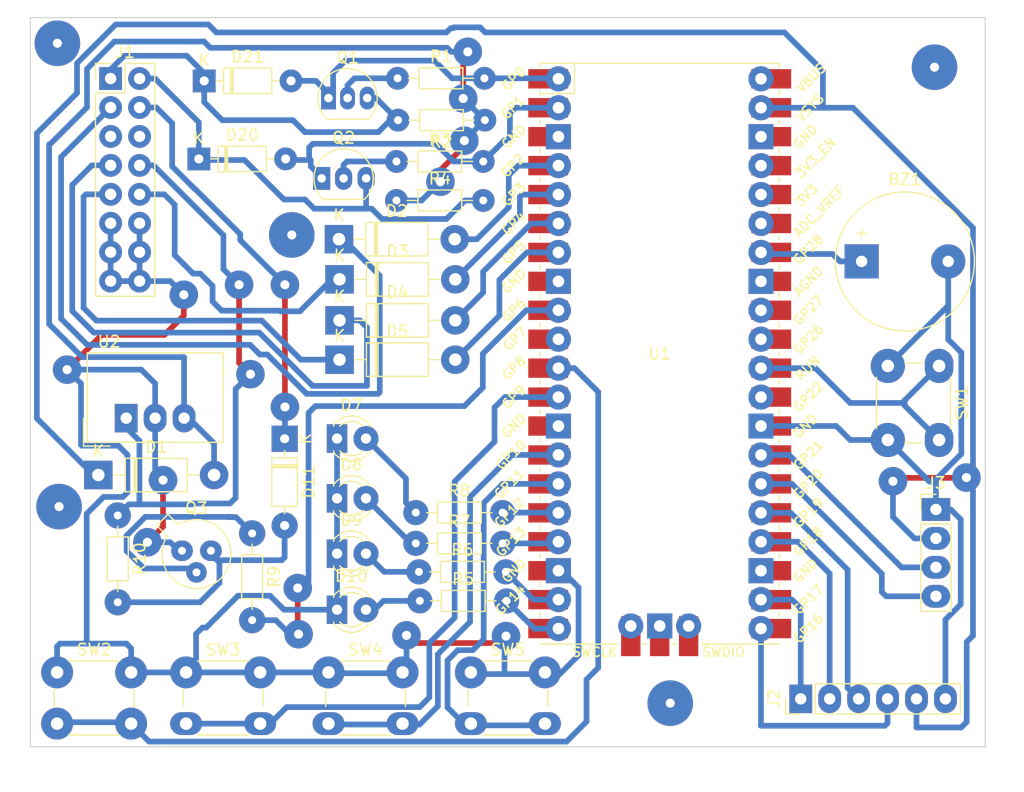
<source format=kicad_pcb>
(kicad_pcb (version 20211014) (generator pcbnew)
  (layers (0 "F.Cu" signal) (31 "B.Cu" signal) (34 "B.Paste" user) (35 "F.Paste" user) (36 "B.SilkS" user "B.Silkscreen") (37 "F.SilkS" user "F.Silkscreen") (38 "B.Mask" user) (39 "F.Mask" user) (44 "Edge.Cuts" user))
  (net 0 "")
  (net 1 "Net-(BZ1-Pad1)")
  (net 2 "Net-(J2-Pad6)")
  (net 3 "/VCC")
  (net 4 "Net-(D1-Pad2)")
  (net 5 "Net-(D2-Pad1)")
  (net 6 "Net-(D2-Pad2)")
  (net 7 "Net-(D3-Pad1)")
  (net 8 "Net-(D3-Pad2)")
  (net 9 "Net-(D4-Pad1)")
  (net 10 "Net-(D4-Pad2)")
  (net 11 "Net-(D5-Pad1)")
  (net 12 "Net-(D5-Pad2)")
  (net 13 "Net-(D7-Pad2)")
  (net 14 "Net-(D8-Pad2)")
  (net 15 "Net-(D9-Pad2)")
  (net 16 "Net-(D10-Pad2)")
  (net 17 "Net-(D11-Pad1)")
  (net 18 "Net-(D11-Pad2)")
  (net 19 "Net-(D20-Pad1)")
  (net 20 "Net-(D20-Pad2)")
  (net 21 "Net-(D21-Pad1)")
  (net 22 "Net-(D21-Pad2)")
  (net 25 "Net-(J1-Pad4b)")
  (net 26 "/CS")
  (net 27 "/SCK")
  (net 28 "/MOSI")
  (net 29 "/MISO")
  (net 30 "Net-(J3-Pad3)")
  (net 31 "Net-(J3-Pad4)")
  (net 32 "Net-(Q1-Pad2)")
  (net 33 "Net-(Q2-Pad2)")
  (net 34 "Net-(Q3-Pad2)")
  (net 35 "Net-(R5-Pad2)")
  (net 36 "Net-(R6-Pad2)")
  (net 37 "Net-(R7-Pad2)")
  (net 38 "Net-(R8-Pad2)")
  (net 39 "Net-(R9-Pad2)")
  (net 40 "Net-(SW1-Pad1)")
  (net 41 "Net-(SW2-Pad2)")
  (net 42 "Net-(SW4-Pad2)")
  (net 43 "Net-(SW5-Pad2)")
  (net 58 "Net-(D10-Pad1)")
  (net 59 "Net-(SW3-Pad2)")
  (footprint "Diode_THT:D_DO-41_SOD81_P10.16mm_Horizontal" (layer "F.Cu") (at 91.795 93.15)
    (fp_text reference "D1")
    (fp_text value "1N4004")
  )
  (footprint "Resistor_THT:R_Axial_DIN0204_L3.6mm_D1.6mm_P7.62mm_Horizontal" (layer "F.Cu") (at 125.725 62 180)
    (fp_text reference "R2")
    (fp_text value "10K")
  )
  (footprint "Diode_THT:D_DO-41_SOD81_P10.16mm_Horizontal" (layer "F.Cu") (at 112.92 72.45)
    (fp_text reference "D2")
    (fp_text value "1N4148")
  )
  (footprint "Resistor_THT:R_Axial_DIN0204_L3.6mm_D1.6mm_P7.62mm_Horizontal" (layer "F.Cu") (at 105.3 98.275 -90)
    (fp_text reference "R9")
    (fp_text value "6.8K")
  )
  (footprint "LED_THT:LED_D3.0mm" (layer "F.Cu") (at 112.75 104.975)
    (fp_text reference "D10")
    (fp_text value "LED")
  )
  (footprint "Converter_DCDC:Converter_DCDC_TRACO_TSR-1_THT" (layer "F.Cu") (at 94.2425 88.1575)
    (fp_text reference "U2")
    (fp_text value "TSR_1-2450")
  )
  (footprint "LED_THT:LED_D3.0mm" (layer "F.Cu") (at 112.75 89.95)
    (fp_text reference "D7")
    (fp_text value "LED")
  )
  (footprint "Diode_THT:D_DO-35_SOD27_P7.62mm_Horizontal" (layer "F.Cu") (at 100.615 65.4)
    (fp_text reference "D20")
    (fp_text value "BAT43")
  )
  (footprint "Resistor_THT:R_Axial_DIN0204_L3.6mm_D1.6mm_P7.62mm_Horizontal" (layer "F.Cu") (at 119.94 101.65)
    (fp_text reference "R6")
    (fp_text value "1K")
  )
  (footprint "Button_Switch_THT:SW_PUSH_6mm" (layer "F.Cu") (at 124.5 110.475)
    (fp_text reference "SW5")
    (fp_text value "SW_BACK")
  )
  (footprint "Diode_THT:D_DO-35_SOD27_P7.62mm_Horizontal" (layer "F.Cu") (at 101.09 58.55)
    (fp_text reference "D21")
    (fp_text value "BAT43")
  )
  (footprint "Diode_THT:D_DO-41_SOD81_P10.16mm_Horizontal" (layer "F.Cu") (at 112.97 83.025)
    (fp_text reference "D5")
    (fp_text value "1N4148")
  )
  (footprint "Button_Switch_THT:SW_PUSH_6mm" (layer "F.Cu") (at 99.5 110.475)
    (fp_text reference "SW3")
    (fp_text value "SW_NEXT")
  )
  (footprint "Resistor_THT:R_Axial_DIN0204_L3.6mm_D1.6mm_P7.62mm_Horizontal" (layer "F.Cu") (at 93.5 96.7 -90)
    (fp_text reference "R10")
    (fp_text value "10K")
  )
  (footprint "LED_THT:LED_D3.0mm" (layer "F.Cu") (at 112.75 100.05)
    (fp_text reference "D9")
    (fp_text value "LED")
  )
  (footprint "Resistor_THT:R_Axial_DIN0204_L3.6mm_D1.6mm_P7.62mm_Horizontal" (layer "F.Cu") (at 120.015 104.2)
    (fp_text reference "R5")
    (fp_text value "1K")
  )
  (footprint "Package_TO_SOT_THT:TO-18-3" (layer "F.Cu") (at 99.139724 100.084724)
    (fp_text reference "Q3")
    (fp_text value "2N2219")
  )
  (footprint "Package_TO_SOT_THT:TO-92_Inline" (layer "F.Cu") (at 112.055 67.11)
    (fp_text reference "Q2")
    (fp_text value "2N7000")
  )
  (footprint "Buzzer_Beeper:Buzzer_12x9.5RM7.6" (layer "F.Cu") (at 158.8 74.4)
    (fp_text reference "BZ1")
    (fp_text value "Buzzer")
  )
  (footprint "Button_Switch_THT:SW_PUSH_6mm" (layer "F.Cu") (at 112 110.475)
    (fp_text reference "SW4")
    (fp_text value "SW_ENTER")
  )
  (footprint "MCU_RaspberryPi_and_Boards:RPi_Pico_SMD_TH" (layer "F.Cu") (at 141.075 82.5)
    (fp_text reference "U1")
    (fp_text value "Pico")
  )
  (footprint "Resistor_THT:R_Axial_DIN0204_L3.6mm_D1.6mm_P7.62mm_Horizontal" (layer "F.Cu") (at 119.665 99.15)
    (fp_text reference "R7")
    (fp_text value "1K")
  )
  (footprint "Connector_PinHeader_2.54mm:PinHeader_1x04_P2.54mm_Vertical" (layer "F.Cu") (at 165.325 96.175)
    (fp_text reference "J3")
    (fp_text value "OLED SCREEN CONN")
  )
  (footprint "Resistor_THT:R_Axial_DIN0204_L3.6mm_D1.6mm_P7.62mm_Horizontal" (layer "F.Cu") (at 117.965 69.05)
    (fp_text reference "R4")
    (fp_text value "10K")
  )
  (footprint "Resistor_THT:R_Axial_DIN0204_L3.6mm_D1.6mm_P7.62mm_Horizontal" (layer "F.Cu") (at 117.965 65.625)
    (fp_text reference "R3")
    (fp_text value "10K")
  )
  (footprint "Diode_THT:D_DO-41_SOD81_P10.16mm_Horizontal" (layer "F.Cu") (at 112.97 79.575)
    (fp_text reference "D4")
    (fp_text value "1N4148")
  )
  (footprint "Diode_THT:D_DO-35_SOD27_P7.62mm_Horizontal" (layer "F.Cu") (at 108.15 89.965 -90)
    (fp_text reference "D11")
    (fp_text value "1N4148")
  )
  (footprint "Resistor_THT:R_Axial_DIN0204_L3.6mm_D1.6mm_P7.62mm_Horizontal" (layer "F.Cu") (at 119.665 96.45)
    (fp_text reference "R8")
    (fp_text value "1K")
  )
  (footprint "Connector_PinHeader_2.54mm:PinHeader_2x08_P2.54mm_Vertical_letters" (layer "F.Cu") (at 92.875 58.35)
    (fp_text reference "J1")
    (fp_text value "Conn_02x08_Row_Letter_Last")
  )
  (footprint "Diode_THT:D_DO-41_SOD81_P10.16mm_Horizontal" (layer "F.Cu") (at 112.97 75.975)
    (fp_text reference "D3")
    (fp_text value "1N4148")
  )
  (footprint "Package_TO_SOT_THT:TO-92_Inline" (layer "F.Cu") (at 112.405 60.06)
    (fp_text reference "Q1")
    (fp_text value "2N7000")
  )
  (footprint "Button_Switch_THT:SW_PUSH_6mm" (layer "F.Cu") (at 88.175 110.475)
    (fp_text reference "SW2")
    (fp_text value "SW_PREV")
  )
  (footprint "Connector_PinHeader_2.54mm:PinHeader_1x06_P2.54mm_Vertical" (layer "F.Cu") (at 153.455 112.8 90)
    (fp_text reference "J2")
    (fp_text value "SD CARD CONNECTOR")
  )
  (footprint "Resistor_THT:R_Axial_DIN0204_L3.6mm_D1.6mm_P7.62mm_Horizontal" (layer "F.Cu") (at 118.065 58.325)
    (fp_text reference "R1")
    (fp_text value "10K")
  )
  (footprint "Button_Switch_THT:SW_PUSH_6mm" (layer "F.Cu") (at 165.6 83.575 -90)
    (fp_text reference "SW1")
    (fp_text value "SW_RESET")
  )
  (footprint "LED_THT:LED_D3.0mm" (layer "F.Cu") (at 112.75 95.2)
    (fp_text reference "D8")
    (fp_text value "LED")
  )
  (gr_line (start 169.65 117) (end 169.65 53) (layer "Edge.Cuts") (width 0.1))
  (gr_line (start 85.825 117) (end 169.65 117) (layer "Edge.Cuts") (width 0.1))
  (gr_line (start 169.65 53) (end 85.825 53) (layer "Edge.Cuts") (width 0.1))
  (gr_line (start 85.825 53) (end 85.825 117) (layer "Edge.Cuts") (width 0.1))
  (segment (start 108.7 72.15) (end 108.775 72.075) (width 0.5) (layer "F.Cu") (net 0))
  (segment (start 87.95 95.65) (end 88.225 95.925) (width 0.5) (layer "F.Cu") (net 0))
  (segment (start 164.725 57.475) (end 164.85 57.35) (width 0.5) (layer "F.Cu") (net 0))
  (segment (start 88.225 95.925) (end 88.35 95.925) (width 0.5) (layer "F.Cu") (net 0))
  (segment (start 142 113) (end 142 113.175) (width 0.5) (layer "F.Cu") (net 0))
  (segment (start 164.85 57.35) (end 165.2 57.35) (width 0.5) (layer "F.Cu") (net 0))
  (via (at 142 113.175) (size 4) (drill 0.8) (layers "F.Cu" "B.Cu") (net 0))
  (via (at 88.2 55.25) (size 4) (drill 0.8) (layers "F.Cu" "B.Cu") (net 0))
  (via (at 165.2 57.35) (size 4) (drill 0.8) (layers "F.Cu" "B.Cu") (net 0))
  (via (at 88.35 95.925) (size 4) (drill 0.8) (layers "F.Cu" "B.Cu") (net 0))
  (via (at 108.775 72.075) (size 4) (drill 0.8) (layers "F.Cu" "B.Cu") (net 0))
  (segment (start 87.575 54.625) (end 87.575 54.325) (width 0.5) (layer "B.Cu") (net 0))
  (segment (start 88.2 55.25) (end 87.575 54.625) (width 0.5) (layer "B.Cu") (net 0))
  (segment (start 149.965 73.61) (end 150.105 73.75) (width 0.5) (layer "B.Cu") (net 1))
  (segment (start 150.105 73.75) (end 156.25 73.75) (width 0.5) (layer "B.Cu") (net 1))
  (segment (start 156.9 74.4) (end 158.8 74.4) (width 0.5) (layer "B.Cu") (net 1))
  (segment (start 156.25 73.75) (end 156.9 74.4) (width 0.5) (layer "B.Cu") (net 1))
  (segment (start 166.155 112.8) (end 166.155 105.845) (width 0.5) (layer "B.Cu") (net 2))
  (segment (start 156.575 88.85) (end 157.8 90.075) (width 0.5) (layer "B.Cu") (net 2))
  (segment (start 167.55 82.4) (end 167.55 91.3) (width 0.5) (layer "B.Cu") (net 2))
  (segment (start 166.4 74.4) (end 166.4 78.275) (width 0.5) (layer "B.Cu") (net 2))
  (segment (start 166.155 105.845) (end 167.5 104.5) (width 0.5) (layer "B.Cu") (net 2))
  (segment (start 157.8 90.075) (end 161.1 90.075) (width 0.5) (layer "B.Cu") (net 2))
  (segment (start 166.4 78.275) (end 161.1 83.575) (width 0.5) (layer "B.Cu") (net 2))
  (segment (start 166.4 78.275) (end 166.4 81.25) (width 0.5) (layer "B.Cu") (net 2))
  (segment (start 161.1 90.075) (end 164.75 93.725) (width 0.5) (layer "B.Cu") (net 2))
  (segment (start 166.625 96.175) (end 165.325 96.175) (width 0.5) (layer "B.Cu") (net 2))
  (segment (start 165.325 93.725) (end 165.325 96.175) (width 0.5) (layer "B.Cu") (net 2))
  (segment (start 167.55 91.3) (end 165.325 93.525) (width 0.5) (layer "B.Cu") (net 2))
  (segment (start 166.4 81.25) (end 167.55 82.4) (width 0.5) (layer "B.Cu") (net 2))
  (segment (start 165.325 93.525) (end 165.325 93.725) (width 0.5) (layer "B.Cu") (net 2))
  (segment (start 164.75 93.725) (end 165.325 93.725) (width 0.5) (layer "B.Cu") (net 2))
  (segment (start 167.5 97.05) (end 166.625 96.175) (width 0.5) (layer "B.Cu") (net 2))
  (segment (start 167.5 104.5) (end 167.5 97.05) (width 0.5) (layer "B.Cu") (net 2))
  (segment (start 149.965 88.85) (end 156.575 88.85) (width 0.5) (layer "B.Cu") (net 2))
  (segment (start 167.975 93.4) (end 168 93.375) (width 0.5) (layer "F.Cu") (net 3))
  (segment (start 161.55 93.7) (end 161.85 93.4) (width 0.5) (layer "F.Cu") (net 3))
  (segment (start 161.85 93.4) (end 167.975 93.4) (width 0.5) (layer "F.Cu") (net 3))
  (via (at 161.55 93.7) (size 2.5) (drill 0.8) (layers "F.Cu" "B.Cu") (net 3))
  (via (at 168 93.375) (size 2.5) (drill 0.8) (layers "F.Cu" "B.Cu") (net 3))
  (segment (start 122.350489 54.300489) (end 122.725489 53.925489) (width 0.5) (layer "B.Cu") (net 3))
  (segment (start 163.44 98.715) (end 165.325 98.715) (width 0.5) (layer "B.Cu") (net 3))
  (segment (start 89.925 59.625) (end 89.925 57) (width 0.5) (layer "B.Cu") (net 3))
  (segment (start 168 93.375) (end 168.575 93.95) (width 0.5) (layer "B.Cu") (net 3))
  (segment (start 161.55 93.7) (end 161.55 96.825) (width 0.5) (layer "B.Cu") (net 3))
  (segment (start 152.025489 54.300489) (end 155.4 57.675) (width 0.5) (layer "B.Cu") (net 3))
  (segment (start 91.795 93.15) (end 91.375 93.15) (width 0.5) (layer "B.Cu") (net 3))
  (segment (start 168.025 114.825) (end 167.525 115.325) (width 0.5) (layer "B.Cu") (net 3))
  (segment (start 167.525 115.325) (end 167.51 115.31) (width 0.5) (layer "B.Cu") (net 3))
  (segment (start 122.949511 53.925489) (end 123.025 53.85) (width 0.5) (layer "B.Cu") (net 3))
  (segment (start 161.55 96.825) (end 163.44 98.715) (width 0.5) (layer "B.Cu") (net 3))
  (segment (start 101.45 53.6) (end 102.150489 54.300489) (width 0.5) (layer "B.Cu") (net 3))
  (segment (start 91.025 93.15) (end 91.795 93.15) (width 0.5) (layer "B.Cu") (net 3))
  (segment (start 86.4 63.15) (end 89.925 59.625) (width 0.5) (layer "B.Cu") (net 3))
  (segment (start 123.025 53.85) (end 125.3 53.85) (width 0.5) (layer "B.Cu") (net 3))
  (segment (start 125.750489 54.300489) (end 152.025489 54.300489) (width 0.5) (layer "B.Cu") (net 3))
  (segment (start 122.725489 53.925489) (end 122.949511 53.925489) (width 0.5) (layer "B.Cu") (net 3))
  (segment (start 168.575 107.25) (end 168.025 107.8) (width 0.5) (layer "B.Cu") (net 3))
  (segment (start 163.615 115.31) (end 163.615 112.8) (width 0.5) (layer "B.Cu") (net 3))
  (segment (start 168.025 107.8) (end 168.025 114.825) (width 0.5) (layer "B.Cu") (net 3))
  (segment (start 89.925 57) (end 93.325 53.6) (width 0.5) (layer "B.Cu") (net 3))
  (segment (start 167.51 115.31) (end 163.615 115.31) (width 0.5) (layer "B.Cu") (net 3))
  (segment (start 168.575 93.95) (end 168.575 107.25) (width 0.5) (layer "B.Cu") (net 3))
  (segment (start 93.325 53.6) (end 101.45 53.6) (width 0.5) (layer "B.Cu") (net 3))
  (segment (start 158.035 60.91) (end 155.185 60.91) (width 0.5) (layer "B.Cu") (net 3))
  (segment (start 155.4 57.675) (end 155.4 60.695) (width 0.5) (layer "B.Cu") (net 3))
  (segment (start 125.3 53.85) (end 125.750489 54.300489) (width 0.5) (layer "B.Cu") (net 3))
  (segment (start 86.4 88.175) (end 86.4 63.15) (width 0.5) (layer "B.Cu") (net 3))
  (segment (start 149.965 60.91) (end 155.185 60.91) (width 0.5) (layer "B.Cu") (net 3))
  (segment (start 168.575 92.8) (end 168.575 71.45) (width 0.5) (layer "B.Cu") (net 3))
  (segment (start 168 93.375) (end 168.575 92.8) (width 0.5) (layer "B.Cu") (net 3))
  (segment (start 102.150489 54.300489) (end 122.350489 54.300489) (width 0.5) (layer "B.Cu") (net 3))
  (segment (start 91.375 93.15) (end 86.4 88.175) (width 0.5) (layer "B.Cu") (net 3))
  (segment (start 155.4 60.695) (end 155.185 60.91) (width 0.5) (layer "B.Cu") (net 3))
  (segment (start 168.575 71.45) (end 158.035 60.91) (width 0.5) (layer "B.Cu") (net 3))
  (segment (start 121.825 67.4) (end 121.825 66.376174) (width 0.5) (layer "F.Cu") (net 4))
  (segment (start 121.825 66.376174) (end 124.297199 63.903975) (width 0.5) (layer "F.Cu") (net 4))
  (segment (start 123.825 60.1) (end 123.825 56.4) (width 0.5) (layer "F.Cu") (net 4))
  (segment (start 123.825 56.4) (end 124.225 56) (width 0.5) (layer "F.Cu") (net 4))
  (via (at 123.925 63.8) (size 2.5) (drill 0.8) (layers "F.Cu" "B.Cu") (net 4))
  (via (at 123.825 60.1) (size 2.5) (drill 0.8) (layers "F.Cu" "B.Cu") (net 4))
  (via (at 121.825 67.4) (size 2.5) (drill 0.8) (layers "F.Cu" "B.Cu") (net 4))
  (via (at 124.225 56) (size 2.5) (drill 0.8) (layers "F.Cu" "B.Cu") (net 4))
  (segment (start 87.55 64.125) (end 90.8 60.875) (width 0.5) (layer "B.Cu") (net 4))
  (segment (start 87.475 79.9) (end 87.475 64.125) (width 0.5) (layer "B.Cu") (net 4))
  (segment (start 117.965 69.05) (end 120.175 69.05) (width 0.5) (layer "B.Cu") (net 4))
  (segment (start 124.225 56) (end 122.775 56) (width 0.5) (layer "B.Cu") (net 4))
  (segment (start 90.8 60.875) (end 90.8 57.5) (width 0.5) (layer "B.Cu") (net 4))
  (segment (start 90.375 82.8) (end 87.475 79.9) (width 0.5) (layer "B.Cu") (net 4))
  (segment (start 122.775 56) (end 122.425 55.65) (width 0.5) (layer "B.Cu") (net 4))
  (segment (start 101.075 55.1) (end 101.525 55.55) (width 0.5) (layer "B.Cu") (net 4))
  (segment (start 90.8 57.5) (end 93.2 55.1) (width 0.5) (layer "B.Cu") (net 4))
  (segment (start 124.297199 63.427801) (end 125.725 62) (width 0.5) (layer "B.Cu") (net 4))
  (segment (start 122.425 55.65) (end 101.625 55.65) (width 0.5) (layer "B.Cu") (net 4))
  (segment (start 101.955 90.38) (end 101.955 93.15) (width 0.5) (layer "B.Cu") (net 4))
  (segment (start 124.297199 63.903975) (end 124.297199 63.427801) (width 0.5) (layer "B.Cu") (net 4))
  (segment (start 93.2 55.1) (end 101.075 55.1) (width 0.5) (layer "B.Cu") (net 4))
  (segment (start 99.3225 88.1575) (end 99.7325 88.1575) (width 0.5) (layer "B.Cu") (net 4))
  (segment (start 120.175 69.05) (end 121.825 67.4) (width 0.5) (layer "B.Cu") (net 4))
  (segment (start 99.3 82.8) (end 90.375 82.8) (width 0.5) (layer "B.Cu") (net 4))
  (segment (start 124 55.775) (end 124.225 56) (width 0.5) (layer "B.Cu") (net 4))
  (segment (start 125.725 62) (end 123.825 60.1) (width 0.5) (layer "B.Cu") (net 4))
  (segment (start 99.7325 88.1575) (end 101.955 90.38) (width 0.5) (layer "B.Cu") (net 4))
  (segment (start 99.3225 88.1575) (end 99.3225 82.8225) (width 0.5) (layer "B.Cu") (net 4))
  (segment (start 87.475 64.125) (end 87.55 64.125) (width 0.5) (layer "B.Cu") (net 4))
  (segment (start 101.625 55.65) (end 101.525 55.55) (width 0.5) (layer "B.Cu") (net 4))
  (segment (start 99.3225 82.8225) (end 99.3 82.8) (width 0.5) (layer "B.Cu") (net 4))
  (segment (start 116.5 85.875) (end 116.35048 86.02452) (width 0.5) (layer "B.Cu") (net 5))
  (segment (start 113.3 72.45) (end 112.92 72.45) (width 0.5) (layer "B.Cu") (net 5))
  (segment (start 106.625 82.575) (end 105.975 82.575) (width 0.5) (layer "B.Cu") (net 5))
  (segment (start 116.5 75.65) (end 113.3 72.45) (width 0.5) (layer "B.Cu") (net 5))
  (segment (start 88.525 79.425) (end 88.525 65.24) (width 0.5) (layer "B.Cu") (net 5))
  (segment (start 110.07452 86.02452) (end 106.625 82.575) (width 0.5) (layer "B.Cu") (net 5))
  (segment (start 116.35048 86.02452) (end 110.07452 86.02452) (width 0.5) (layer "B.Cu") (net 5))
  (segment (start 105.975 82.575) (end 105.125 81.725) (width 0.5) (layer "B.Cu") (net 5))
  (segment (start 116.5 85.875) (end 116.5 75.65) (width 0.5) (layer "B.Cu") (net 5))
  (segment (start 90.825 81.725) (end 88.525 79.425) (width 0.5) (layer "B.Cu") (net 5))
  (segment (start 88.525 65.24) (end 92.875 60.89) (width 0.5) (layer "B.Cu") (net 5))
  (segment (start 105.125 81.725) (end 90.825 81.725) (width 0.5) (layer "B.Cu") (net 5))
  (segment (start 125.025 72.45) (end 127.825 69.65) (width 0.5) (layer "B.Cu") (net 6))
  (segment (start 123.08 72.45) (end 125.025 72.45) (width 0.5) (layer "B.Cu") (net 6))
  (segment (start 127.825 69.65) (end 127.825 66.825) (width 0.5) (layer "B.Cu") (net 6))
  (segment (start 127.825 66.825) (end 128.66 65.99) (width 0.5) (layer "B.Cu") (net 6))
  (segment (start 128.66 65.99) (end 132.185 65.99) (width 0.5) (layer "B.Cu") (net 6))
  (segment (start 107.775 78.775) (end 109.5 78.775) (width 0.5) (layer "B.Cu") (net 7))
  (segment (start 100.125 75.475) (end 100.75 75.475) (width 0.5) (layer "B.Cu") (net 7))
  (segment (start 112.3 75.975) (end 112.97 75.975) (width 0.5) (layer "B.Cu") (net 7))
  (segment (start 107.725 78.725) (end 107.775 78.775) (width 0.5) (layer "B.Cu") (net 7))
  (segment (start 101.825 77.925) (end 102.625 78.725) (width 0.5) (layer "B.Cu") (net 7))
  (segment (start 95.415 68.51) (end 97.585 68.51) (width 0.5) (layer "B.Cu") (net 7))
  (segment (start 101.825 76.55) (end 101.825 77.925) (width 0.5) (layer "B.Cu") (net 7))
  (segment (start 97.585 68.51) (end 98.5 69.425) (width 0.5) (layer "B.Cu") (net 7))
  (segment (start 98.5 73.85) (end 100.125 75.475) (width 0.5) (layer "B.Cu") (net 7))
  (segment (start 102.625 78.725) (end 107.725 78.725) (width 0.5) (layer "B.Cu") (net 7))
  (segment (start 109.5 78.775) (end 112.3 75.975) (width 0.5) (layer "B.Cu") (net 7))
  (segment (start 98.5 69.425) (end 98.5 73.85) (width 0.5) (layer "B.Cu") (net 7))
  (segment (start 100.75 75.475) (end 101.825 76.55) (width 0.5) (layer "B.Cu") (net 7))
  (segment (start 128.995 68.53) (end 132.185 68.53) (width 0.5) (layer "B.Cu") (net 8))
  (segment (start 123.13 75.975) (end 128.8 70.305) (width 0.5) (layer "B.Cu") (net 8))
  (segment (start 128.8 70.305) (end 128.8 68.725) (width 0.5) (layer "B.Cu") (net 8))
  (segment (start 128.8 68.725) (end 128.995 68.53) (width 0.5) (layer "B.Cu") (net 8))
  (segment (start 115.375 80.2) (end 114.75 79.575) (width 0.5) (layer "B.Cu") (net 9))
  (segment (start 92.875 65.97) (end 91.23 65.97) (width 0.5) (layer "B.Cu") (net 9))
  (segment (start 89.5 78.75) (end 91.4 80.65) (width 0.5) (layer "B.Cu") (net 9))
  (segment (start 114.75 79.575) (end 112.97 79.575) (width 0.5) (layer "B.Cu") (net 9))
  (segment (start 110.6 85.325) (end 115.375 85.325) (width 0.5) (layer "B.Cu") (net 9))
  (segment (start 105.925 80.65) (end 110.6 85.325) (width 0.5) (layer "B.Cu") (net 9))
  (segment (start 115.375 85.325) (end 115.375 80.2) (width 0.5) (layer "B.Cu") (net 9))
  (segment (start 89.5 67.7) (end 89.5 78.75) (width 0.5) (layer "B.Cu") (net 9))
  (segment (start 91.4 80.65) (end 105.925 80.65) (width 0.5) (layer "B.Cu") (net 9))
  (segment (start 91.23 65.97) (end 89.5 67.7) (width 0.5) (layer "B.Cu") (net 9))
  (segment (start 125.575 75.3) (end 125.575 77.13) (width 0.5) (layer "B.Cu") (net 10))
  (segment (start 132.185 71.07) (end 129.805 71.07) (width 0.5) (layer "B.Cu") (net 10))
  (segment (start 129.805 71.07) (end 125.575 75.3) (width 0.5) (layer "B.Cu") (net 10))
  (segment (start 125.575 77.13) (end 123.13 79.575) (width 0.5) (layer "B.Cu") (net 10))
  (segment (start 92.875 68.51) (end 90.715 68.51) (width 0.5) (layer "B.Cu") (net 11))
  (segment (start 90.5 78.475) (end 91.625 79.6) (width 0.5) (layer "B.Cu") (net 11))
  (segment (start 109.575 83.025) (end 112.97 83.025) (width 0.5) (layer "B.Cu") (net 11))
  (segment (start 106.15 79.6) (end 109.575 83.025) (width 0.5) (layer "B.Cu") (net 11))
  (segment (start 90.5 68.725) (end 90.5 78.475) (width 0.5) (layer "B.Cu") (net 11))
  (segment (start 90.715 68.51) (end 90.5 68.725) (width 0.5) (layer "B.Cu") (net 11))
  (segment (start 91.625 79.6) (end 106.15 79.6) (width 0.5) (layer "B.Cu") (net 11))
  (segment (start 123.13 83.025) (end 127 79.155) (width 0.5) (layer "B.Cu") (net 12))
  (segment (start 127 76.025) (end 129.415 73.61) (width 0.5) (layer "B.Cu") (net 12))
  (segment (start 129.415 73.61) (end 132.185 73.61) (width 0.5) (layer "B.Cu") (net 12))
  (segment (start 127 79.155) (end 127 76.025) (width 0.5) (layer "B.Cu") (net 12))
  (segment (start 118.8 93.46) (end 118.8 95.585) (width 0.5) (layer "B.Cu") (net 13))
  (segment (start 115.29 89.95) (end 118.8 93.46) (width 0.5) (layer "B.Cu") (net 13))
  (segment (start 118.8 95.585) (end 119.665 96.45) (width 0.5) (layer "B.Cu") (net 13))
  (segment (start 119.24 99.15) (end 119.665 99.15) (width 0.5) (layer "B.Cu") (net 14))
  (segment (start 115.29 95.2) (end 119.24 99.15) (width 0.5) (layer "B.Cu") (net 14))
  (segment (start 115.29 100.05) (end 116.89 101.65) (width 0.5) (layer "B.Cu") (net 15))
  (segment (start 116.89 101.65) (end 119.94 101.65) (width 0.5) (layer "B.Cu") (net 15))
  (segment (start 115.29 104.975) (end 116.05 104.975) (width 0.5) (layer "B.Cu") (net 16))
  (segment (start 119.54 104.675) (end 120.015 104.2) (width 0.5) (layer "B.Cu") (net 16))
  (segment (start 115.31 104.84) (end 115.475 104.675) (width 0.5) (layer "B.Cu") (net 16))
  (segment (start 116.825 104.2) (end 120.015 104.2) (width 0.5) (layer "B.Cu") (net 16))
  (segment (start 116.05 104.975) (end 116.825 104.2) (width 0.5) (layer "B.Cu") (net 16))
  (segment (start 108.175 76.45) (end 108.175 87.175) (width 0.5) (layer "F.Cu") (net 17))
  (via (at 108.175 87.175) (size 2.5) (drill 0.8) (layers "F.Cu" "B.Cu") (net 17))
  (via (at 108.175 76.45) (size 2.5) (drill 0.8) (layers "F.Cu" "B.Cu") (net 17))
  (segment (start 104.25 72.525) (end 104.25 72) (width 0.5) (layer "B.Cu") (net 17))
  (segment (start 108.175 76.45) (end 104.25 72.525) (width 0.5) (layer "B.Cu") (net 17))
  (segment (start 100.3 68.05) (end 104.25 72) (width 0.5) (layer "B.Cu") (net 17))
  (segment (start 108.175 76.45) (end 108.175 75.425) (width 0.5) (layer "B.Cu") (net 17))
  (segment (start 96.89 60.89) (end 95.415 60.89) (width 0.5) (layer "B.Cu") (net 17))
  (segment (start 98.275 66.059022) (end 98.275 62.275) (width 0.5) (layer "B.Cu") (net 17))
  (segment (start 108.175 87.175) (end 108.175 89.94) (width 0.5) (layer "B.Cu") (net 17))
  (segment (start 108.175 89.94) (end 108.15 89.965) (width 0.5) (layer "B.Cu") (net 17))
  (segment (start 100.265978 68.05) (end 98.275 66.059022) (width 0.5) (layer "B.Cu") (net 17))
  (segment (start 98.275 62.275) (end 96.89 60.89) (width 0.5) (layer "B.Cu") (net 17))
  (segment (start 100.265978 68.05) (end 100.3 68.05) (width 0.5) (layer "B.Cu") (net 17))
  (segment (start 108.15 97.585) (end 108.15 100.375) (width 0.5) (layer "B.Cu") (net 18))
  (segment (start 102.425 100.83) (end 102.2225 100.6275) (width 0.5) (layer "B.Cu") (net 18))
  (segment (start 102.2225 100.6275) (end 101.679724 100.084724) (width 0.5) (layer "B.Cu") (net 18))
  (segment (start 108.15 100.375) (end 107.8975 100.6275) (width 0.5) (layer "B.Cu") (net 18))
  (segment (start 107.8975 100.6275) (end 102.2225 100.6275) (width 0.5) (layer "B.Cu") (net 18))
  (segment (start 93.5 104.32) (end 100.73 104.32) (width 0.5) (layer "B.Cu") (net 18))
  (segment (start 100.73 104.32) (end 102.425 102.625) (width 0.5) (layer "B.Cu") (net 18))
  (segment (start 102.425 102.625) (end 102.425 100.83) (width 0.5) (layer "B.Cu") (net 18))
  (segment (start 104.625 65.5) (end 108.0875 68.9625) (width 0.5) (layer "B.Cu") (net 19))
  (segment (start 115.175 69.775) (end 115.8 69.775) (width 0.5) (layer "B.Cu") (net 19))
  (segment (start 100.615 65.5) (end 100.615 62.19) (width 0.5) (layer "B.Cu") (net 19))
  (segment (start 100.615 62.19) (end 96.775 58.35) (width 0.5) (layer "B.Cu") (net 19))
  (segment (start 109.9375 68.9625) (end 110.75 69.775) (width 0.5) (layer "B.Cu") (net 19))
  (segment (start 110.75 69.775) (end 115.175 69.775) (width 0.5) (layer "B.Cu") (net 19))
  (segment (start 96.775 58.35) (end 95.415 58.35) (width 0.5) (layer "B.Cu") (net 19))
  (segment (start 116.7 70.675) (end 122.35 70.675) (width 0.5) (layer "B.Cu") (net 19))
  (segment (start 115.3 69.65) (end 115.175 69.775) (width 0.5) (layer "B.Cu") (net 19))
  (segment (start 100.615 65.5) (end 104.625 65.5) (width 0.5) (layer "B.Cu") (net 19))
  (segment (start 115.3 67.11) (end 115.3 69.65) (width 0.5) (layer "B.Cu") (net 19))
  (segment (start 123.975 69.05) (end 125.585 69.05) (width 0.5) (layer "B.Cu") (net 19))
  (segment (start 115.8 69.775) (end 116.7 70.675) (width 0.5) (layer "B.Cu") (net 19))
  (segment (start 122.35 70.675) (end 123.975 69.05) (width 0.5) (layer "B.Cu") (net 19))
  (segment (start 108.0875 68.9625) (end 109.9375 68.9625) (width 0.5) (layer "B.Cu") (net 19))
  (segment (start 110.3 65.355) (end 110.3 64.4) (width 0.5) (layer "B.Cu") (net 20))
  (segment (start 127.65 63.775) (end 127.925 63.5) (width 0.5) (layer "B.Cu") (net 20))
  (segment (start 110.445 65.5) (end 110.445 66.055) (width 0.5) (layer "B.Cu") (net 20))
  (segment (start 108.235 65.5) (end 110.445 65.5) (width 0.5) (layer "B.Cu") (net 20))
  (segment (start 122.975 65.625) (end 125.585 65.625) (width 0.5) (layer "B.Cu") (net 20))
  (segment (start 110.3 64.4) (end 110.625 64.075) (width 0.5) (layer "B.Cu") (net 20))
  (segment (start 125.585 65.625) (end 127.435 63.775) (width 0.5) (layer "B.Cu") (net 20))
  (segment (start 121.425 64.075) (end 122.975 65.625) (width 0.5) (layer "B.Cu") (net 20))
  (segment (start 127.435 63.775) (end 127.65 63.775) (width 0.5) (layer "B.Cu") (net 20))
  (segment (start 110.625 64.075) (end 121.425 64.075) (width 0.5) (layer "B.Cu") (net 20))
  (segment (start 128.415 60.91) (end 132.185 60.91) (width 0.5) (layer "B.Cu") (net 20))
  (segment (start 110.445 66.055) (end 111.5 67.11) (width 0.5) (layer "B.Cu") (net 20))
  (segment (start 127.925 63.5) (end 127.925 61.4) (width 0.5) (layer "B.Cu") (net 20))
  (segment (start 127.925 61.4) (end 128.415 60.91) (width 0.5) (layer "B.Cu") (net 20))
  (segment (start 99.55 56.35) (end 101.09 57.89) (width 0.5) (layer "B.Cu") (net 21))
  (segment (start 101.09 60.415) (end 101.09 58.55) (width 0.5) (layer "B.Cu") (net 21))
  (segment (start 118.105 62) (end 117.425 62) (width 0.5) (layer "B.Cu") (net 21))
  (segment (start 102.675 62) (end 101.09 60.415) (width 0.5) (layer "B.Cu") (net 21))
  (segment (start 116.165 60.06) (end 118.105 62) (width 0.5) (layer "B.Cu") (net 21))
  (segment (start 117.425 62) (end 116.375 63.05) (width 0.5) (layer "B.Cu") (net 21))
  (segment (start 116.375 63.05) (end 109.925 63.05) (width 0.5) (layer "B.Cu") (net 21))
  (segment (start 108.875 62) (end 102.675 62) (width 0.5) (layer "B.Cu") (net 21))
  (segment (start 101.09 57.89) (end 101.09 58.55) (width 0.5) (layer "B.Cu") (net 21))
  (segment (start 116.165 60.06) (end 115.4 60.06) (width 0.5) (layer "B.Cu") (net 21))
  (segment (start 94.075 56.35) (end 99.55 56.35) (width 0.5) (layer "B.Cu") (net 21))
  (segment (start 109.925 63.05) (end 108.875 62) (width 0.5) (layer "B.Cu") (net 21))
  (segment (start 92.875 58.35) (end 92.875 57.55) (width 0.5) (layer "B.Cu") (net 21))
  (segment (start 92.875 57.55) (end 94.075 56.35) (width 0.5) (layer "B.Cu") (net 21))
  (segment (start 121.3 56.775) (end 122.85 58.325) (width 0.5) (layer "B.Cu") (net 22))
  (segment (start 108.71 58.55) (end 110.895 58.55) (width 0.5) (layer "B.Cu") (net 22))
  (segment (start 110.895 58.55) (end 112.405 60.06) (width 0.5) (layer "B.Cu") (net 22))
  (segment (start 112.405 60.06) (end 112.405 57.845) (width 0.5) (layer "B.Cu") (net 22))
  (segment (start 122.85 58.325) (end 125.685 58.325) (width 0.5) (layer "B.Cu") (net 22))
  (segment (start 113.475 56.775) (end 121.3 56.775) (width 0.5) (layer "B.Cu") (net 22))
  (segment (start 132.14 58.325) (end 132.185 58.37) (width 0.5) (layer "B.Cu") (net 22))
  (segment (start 112.405 57.845) (end 113.475 56.775) (width 0.5) (layer "B.Cu") (net 22))
  (segment (start 125.685 58.325) (end 132.14 58.325) (width 0.5) (layer "B.Cu") (net 22))
  (segment (start 104.15 83.3) (end 105.15 84.3) (width 0.5) (layer "F.Cu") (net 25))
  (segment (start 104.15 76.45) (end 104.15 83.3) (width 0.5) (layer "F.Cu") (net 25))
  (via (at 105.15 84.3) (size 2.5) (drill 0.8) (layers "F.Cu" "B.Cu") (net 25))
  (via (at 104.15 76.45) (size 2.5) (drill 0.8) (layers "F.Cu" "B.Cu") (net 25))
  (segment (start 95.4 90.15) (end 95.4 95.725) (width 0.5) (layer "B.Cu") (net 25))
  (segment (start 103.85 85.6) (end 103.85 95.15) (width 0.5) (layer "B.Cu") (net 25))
  (segment (start 104.15 76.45) (end 102.775 75.075) (width 0.5) (layer "B.Cu") (net 25))
  (segment (start 95.415 65.97) (end 96.645 65.97) (width 0.5) (layer "B.Cu") (net 25))
  (segment (start 103.35 95.65) (end 100.1 95.65) (width 0.5) (layer "B.Cu") (net 25))
  (segment (start 96.645 65.97) (end 102.775 72.1) (width 0.5) (layer "B.Cu") (net 25))
  (segment (start 93.5 96.7) (end 94.1125 96.0875) (width 0.5) (layer "B.Cu") (net 25))
  (segment (start 102.775 75.075) (end 102.775 72.1) (width 0.5) (layer "B.Cu") (net 25))
  (segment (start 94.2425 88.9925) (end 95.4 90.15) (width 0.5) (layer "B.Cu") (net 25))
  (segment (start 100.025 95.725) (end 95.4 95.725) (width 0.5) (layer "B.Cu") (net 25))
  (segment (start 94.475 95.725) (end 95.4 95.725) (width 0.5) (layer "B.Cu") (net 25))
  (segment (start 94.2425 88.1575) (end 94.2425 88.9925) (width 0.5) (layer "B.Cu") (net 25))
  (segment (start 94.1125 96.0875) (end 94.475 95.725) (width 0.5) (layer "B.Cu") (net 25))
  (segment (start 105.15 84.3) (end 103.85 85.6) (width 0.5) (layer "B.Cu") (net 25))
  (segment (start 103.85 95.15) (end 103.35 95.65) (width 0.5) (layer "B.Cu") (net 25))
  (segment (start 100.1 95.65) (end 100.025 95.725) (width 0.5) (layer "B.Cu") (net 25))
  (segment (start 149.965 104.09) (end 152.69 104.09) (width 0.5) (layer "B.Cu") (net 26))
  (segment (start 153.455 104.855) (end 153.455 112.8) (width 0.5) (layer "B.Cu") (net 26))
  (segment (start 152.69 104.09) (end 153.455 104.855) (width 0.5) (layer "B.Cu") (net 26))
  (segment (start 149.965 99.01) (end 153.21 99.01) (width 0.5) (layer "B.Cu") (net 27))
  (segment (start 155.995 101.795) (end 155.995 112.8) (width 0.5) (layer "B.Cu") (net 27))
  (segment (start 153.21 99.01) (end 155.995 101.795) (width 0.5) (layer "B.Cu") (net 27))
  (segment (start 152.57 96.47) (end 157.575 101.475) (width 0.5) (layer "B.Cu") (net 28))
  (segment (start 149.965 96.47) (end 152.57 96.47) (width 0.5) (layer "B.Cu") (net 28))
  (segment (start 157.575 101.475) (end 157.575 111.84) (width 0.5) (layer "B.Cu") (net 28))
  (segment (start 157.575 111.84) (end 158.535 112.8) (width 0.5) (layer "B.Cu") (net 28))
  (segment (start 149.965 115.16) (end 160.84 115.16) (width 0.5) (layer "B.Cu") (net 29))
  (segment (start 149.965 115.16) (end 149.965 106.63) (width 0.5) (layer "B.Cu") (net 29))
  (segment (start 161.075 112.8) (end 161.075 114.925) (width 0.5) (layer "B.Cu") (net 29))
  (segment (start 160.84 115.16) (end 161.075 114.925) (width 0.5) (layer "B.Cu") (net 29))
  (segment (start 162.305 101.255) (end 165.325 101.255) (width 0.5) (layer "B.Cu") (net 30))
  (segment (start 149.965 91.39) (end 150.55 90.805) (width 0.5) (layer "B.Cu") (net 30))
  (segment (start 152.44 91.39) (end 162.305 101.255) (width 0.5) (layer "B.Cu") (net 30))
  (segment (start 149.965 91.39) (end 152.44 91.39) (width 0.5) (layer "B.Cu") (net 30))
  (segment (start 160.575 103.425) (end 160.945 103.795) (width 0.5) (layer "B.Cu") (net 31))
  (segment (start 149.965 93.93) (end 152.68 93.93) (width 0.5) (layer "B.Cu") (net 31))
  (segment (start 160.575 101.825) (end 160.575 103.425) (width 0.5) (layer "B.Cu") (net 31))
  (segment (start 152.68 93.93) (end 160.575 101.825) (width 0.5) (layer "B.Cu") (net 31))
  (segment (start 160.945 103.795) (end 165.325 103.795) (width 0.5) (layer "B.Cu") (net 31))
  (segment (start 113.675 60.06) (end 113.675 58.925) (width 0.5) (layer "B.Cu") (net 32))
  (segment (start 114.275 58.325) (end 118.065 58.325) (width 0.5) (layer "B.Cu") (net 32))
  (segment (start 113.675 58.925) (end 114.275 58.325) (width 0.5) (layer "B.Cu") (net 32))
  (segment (start 113.325 65.925) (end 113.625 65.625) (width 0.5) (layer "B.Cu") (net 33))
  (segment (start 113.625 65.625) (end 117.965 65.625) (width 0.5) (layer "B.Cu") (net 33))
  (segment (start 113.325 67.11) (end 113.325 65.925) (width 0.5) (layer "B.Cu") (net 33))
  (segment (start 103.525 96.85) (end 103.175 96.85) (width 0.5) (layer "B.Cu") (net 34))
  (segment (start 95.9 96.825) (end 95.9 96.85) (width 0.5) (layer "B.Cu") (net 34))
  (segment (start 103.525 96.85) (end 103.5 96.825) (width 0.5) (layer "B.Cu") (net 34))
  (segment (start 103.875 96.85) (end 103.8 96.85) (width 0.5) (layer "B.Cu") (net 34))
  (segment (start 94.275 98.475) (end 94.275 99.825) (width 0.5) (layer "B.Cu") (net 34))
  (segment (start 103.8 96.85) (end 103.525 96.85) (width 0.5) (layer "B.Cu") (net 34))
  (segment (start 95.804724 101.354724) (end 100.409724 101.354724) (width 0.5) (layer "B.Cu") (net 34))
  (segment (start 103.5 96.825) (end 95.9 96.825) (width 0.5) (layer "B.Cu") (net 34))
  (segment (start 105.3 98.275) (end 103.875 96.85) (width 0.5) (layer "B.Cu") (net 34))
  (segment (start 95.9 96.85) (end 94.275 98.475) (width 0.5) (layer "B.Cu") (net 34))
  (segment (start 94.275 99.825) (end 95.804724 101.354724) (width 0.5) (layer "B.Cu") (net 34))
  (segment (start 127.635 104.2) (end 129.125 105.69) (width 0.5) (layer "B.Cu") (net 35))
  (segment (start 129.125 105.69) (end 129.14 105.69) (width 0.5) (layer "B.Cu") (net 35))
  (segment (start 130.08 106.63) (end 132.185 106.63) (width 0.5) (layer "B.Cu") (net 35))
  (segment (start 129.14 105.69) (end 130.08 106.63) (width 0.5) (layer "B.Cu") (net 35))
  (segment (start 129.985 104.075) (end 130.4 104.075) (width 0.5) (layer "B.Cu") (net 36))
  (segment (start 130.4 104.075) (end 130.415 104.09) (width 0.5) (layer "B.Cu") (net 36))
  (segment (start 127.56 101.65) (end 129.985 104.075) (width 0.5) (layer "B.Cu") (net 36))
  (segment (start 130.415 104.09) (end 132.185 104.09) (width 0.5) (layer "B.Cu") (net 36))
  (segment (start 132.045 99.15) (end 132.185 99.01) (width 0.5) (layer "B.Cu") (net 37))
  (segment (start 127.285 99.15) (end 132.045 99.15) (width 0.5) (layer "B.Cu") (net 37))
  (segment (start 127.285 96.45) (end 132.165 96.45) (width 0.5) (layer "B.Cu") (net 38))
  (segment (start 132.165 96.45) (end 132.185 96.47) (width 0.5) (layer "B.Cu") (net 38))
  (segment (start 109.3 107.05) (end 109.3 103.075) (width 0.5) (layer "F.Cu") (net 39))
  (segment (start 109.375 107.125) (end 109.3 107.05) (width 0.5) (layer "F.Cu") (net 39))
  (via (at 109.375 107.125) (size 2.5) (drill 0.8) (layers "F.Cu" "B.Cu") (net 39))
  (via (at 109.3 103.075) (size 2.5) (drill 0.8) (layers "F.Cu" "B.Cu") (net 39))
  (segment (start 125.55 85.475) (end 123.925 87.1) (width 0.5) (layer "B.Cu") (net 39))
  (segment (start 109.375 107.125) (end 108.6 107.125) (width 0.5) (layer "B.Cu") (net 39))
  (segment (start 110.25 87.7) (end 110.25 102.475) (width 0.5) (layer "B.Cu") (net 39))
  (segment (start 110.25 102.475) (end 109.65 103.075) (width 0.5) (layer "B.Cu") (net 39))
  (segment (start 125.55 82.5) (end 125.55 85.475) (width 0.5) (layer "B.Cu") (net 39))
  (segment (start 109.65 103.075) (end 109.3 103.075) (width 0.5) (layer "B.Cu") (net 39))
  (segment (start 107.37 105.895) (end 105.3 105.895) (width 0.5) (layer "B.Cu") (net 39))
  (segment (start 129.36 78.69) (end 126.825 81.225) (width 0.5) (layer "B.Cu") (net 39))
  (segment (start 110.85 87.1) (end 110.25 87.7) (width 0.5) (layer "B.Cu") (net 39))
  (segment (start 123.925 87.1) (end 110.85 87.1) (width 0.5) (layer "B.Cu") (net 39))
  (segment (start 108.6 107.125) (end 107.37 105.895) (width 0.5) (layer "B.Cu") (net 39))
  (segment (start 126.825 81.225) (end 125.55 82.5) (width 0.5) (layer "B.Cu") (net 39))
  (segment (start 132.185 78.69) (end 129.36 78.69) (width 0.5) (layer "B.Cu") (net 39))
  (segment (start 149.965 83.77) (end 154.745 83.77) (width 0.5) (layer "B.Cu") (net 40))
  (segment (start 162.5875 87.0625) (end 162.5875 86.5875) (width 0.5) (layer "B.Cu") (net 40))
  (segment (start 162.35 86.825) (end 162.5875 86.5875) (width 0.5) (layer "B.Cu") (net 40))
  (segment (start 154.745 83.77) (end 157.8 86.825) (width 0.5) (layer "B.Cu") (net 40))
  (segment (start 157.8 86.825) (end 162.35 86.825) (width 0.5) (layer "B.Cu") (net 40))
  (segment (start 162.5875 86.5875) (end 165.6 83.575) (width 0.5) (layer "B.Cu") (net 40))
  (segment (start 165.6 90.075) (end 162.5875 87.0625) (width 0.5) (layer "B.Cu") (net 40))
  (segment (start 135.675 110.075) (end 135.675 85.85) (width 0.5) (layer "B.Cu") (net 41))
  (segment (start 134.64952 114.80048) (end 134.64952 111.10048) (width 0.5) (layer "B.Cu") (net 41))
  (segment (start 94.675 114.975) (end 96.25 116.55) (width 0.5) (layer "B.Cu") (net 41))
  (segment (start 135.475 85.65) (end 133.595 83.77) (width 0.5) (layer "B.Cu") (net 41))
  (segment (start 133.595 83.77) (end 132.185 83.77) (width 0.5) (layer "B.Cu") (net 41))
  (segment (start 135.675 85.85) (end 135.475 85.65) (width 0.5) (layer "B.Cu") (net 41))
  (segment (start 96.25 116.55) (end 132.9 116.55) (width 0.5) (layer "B.Cu") (net 41))
  (segment (start 88.175 114.85) (end 94.675 114.85) (width 0.5) (layer "B.Cu") (net 41))
  (segment (start 132.9 116.55) (end 134.64952 114.80048) (width 0.5) (layer "B.Cu") (net 41))
  (segment (start 134.64952 111.10048) (end 135.675 110.075) (width 0.5) (layer "B.Cu") (net 41))
  (segment (start 124.425 106.05) (end 124.425 95.075) (width 0.5) (layer "B.Cu") (net 42))
  (segment (start 120 115.05) (end 121.6 113.45) (width 0.5) (layer "B.Cu") (net 42))
  (segment (start 124.425 95.075) (end 128.11 91.39) (width 0.5) (layer "B.Cu") (net 42))
  (segment (start 118.675 115.05) (end 120 115.05) (width 0.5) (layer "B.Cu") (net 42))
  (segment (start 121.6 108.875) (end 124.425 106.05) (width 0.5) (layer "B.Cu") (net 42))
  (segment (start 121.6 113.45) (end 121.6 108.875) (width 0.5) (layer "B.Cu") (net 42))
  (segment (start 118.675 115.05) (end 112.175 115.05) (width 0.5) (layer "B.Cu") (net 42))
  (segment (start 128.11 91.39) (end 132.185 91.39) (width 0.5) (layer "B.Cu") (net 42))
  (segment (start 124.675 108.525) (end 123.35 108.525) (width 0.5) (layer "B.Cu") (net 43))
  (segment (start 131.525 115.125) (end 130.525 115.125) (width 0.5) (layer "B.Cu") (net 43))
  (segment (start 122.45 109.425) (end 122.45 113.55) (width 0.5) (layer "B.Cu") (net 43))
  (segment (start 125.625 107.575) (end 124.675 108.525) (width 0.5) (layer "B.Cu") (net 43))
  (segment (start 127.295 93.93) (end 125.625 95.6) (width 0.5) (layer "B.Cu") (net 43))
  (segment (start 125.625 95.6) (end 125.625 107.575) (width 0.5) (layer "B.Cu") (net 43))
  (segment (start 123.35 108.525) (end 122.45 109.425) (width 0.5) (layer "B.Cu") (net 43))
  (segment (start 122.45 113.55) (end 124.025 115.125) (width 0.5) (layer "B.Cu") (net 43))
  (segment (start 130.525 115.125) (end 124.025 115.125) (width 0.5) (layer "B.Cu") (net 43))
  (segment (start 132.185 93.93) (end 127.295 93.93) (width 0.5) (layer "B.Cu") (net 43))
  (segment (start 126.974216 107.9) (end 119.525 107.9) (width 0.5) (layer "F.Cu") (net 58))
  (segment (start 99.3 79.15) (end 99.3 77.325) (width 0.5) (layer "F.Cu") (net 58))
  (segment (start 97.475 97.678456) (end 97.475 93.6) (width 0.5) (layer "F.Cu") (net 58))
  (segment (start 92.1 80.85) (end 97.6 80.85) (width 0.5) (layer "F.Cu") (net 58))
  (segment (start 127.583537 107.290679) (end 126.974216 107.9) (width 0.5) (layer "F.Cu") (net 58))
  (segment (start 89.05 83.9) (end 92.1 80.85) (width 0.5) (layer "F.Cu") (net 58))
  (segment (start 97.6 80.85) (end 99.3 79.15) (width 0.5) (layer "F.Cu") (net 58))
  (segment (start 119.525 107.9) (end 118.85 107.225) (width 0.5) (layer "F.Cu") (net 58))
  (segment (start 96.101728 99.051728) (end 97.475 97.678456) (width 0.5) (layer "F.Cu") (net 58))
  (via (at 99.3 77.325) (size 2.5) (drill 0.8) (layers "F.Cu" "B.Cu") (net 58))
  (via (at 89.05 83.9) (size 2.5) (drill 0.8) (layers "F.Cu" "B.Cu") (net 58))
  (via (at 118.85 107.225) (size 2.5) (drill 0.8) (layers "F.Cu" "B.Cu") (net 58))
  (via (at 96.101728 99.051728) (size 2.5) (drill 0.8) (layers "F.Cu" "B.Cu") (net 58))
  (via (at 97.475 93.6) (size 2.5) (drill 0.8) (layers "F.Cu" "B.Cu") (net 58))
  (via (at 127.583537 107.290679) (size 2.5) (drill 0.8) (layers "F.Cu" "B.Cu") (net 58))
  (segment (start 127.45 107.424216) (end 127.45 110.625) (width 0.5) (layer "B.Cu") (net 58))
  (segment (start 92.875 73.59) (end 92.875 76.13) (width 0.5) (layer "B.Cu") (net 58))
  (segment (start 95.565 83.9) (end 89.05 83.9) (width 0.5) (layer "B.Cu") (net 58))
  (segment (start 88.175 108.2) (end 88.425 107.95) (width 0.5) (layer "B.Cu") (net 58))
  (segment (start 96.7825 88.1575) (end 96.7825 92.9075) (width 0.5) (layer "B.Cu") (net 58))
  (segment (start 94.8 110.475) (end 94.675 110.35) (width 0.5) (layer "B.Cu") (net 58))
  (segment (start 100.375 107.1) (end 100.375 110.475) (width 0.5) (layer "B.Cu") (net 58))
  (segment (start 112.75 89.95) (end 112.75 95.2) (width 0.5) (layer "B.Cu") (net 58))
  (segment (start 96.101728 99.051728) (end 98.106728 99.051728) (width 0.5) (layer "B.Cu") (net 58))
  (segment (start 93.55 90.575) (end 94.35 91.375) (width 0.5) (layer "B.Cu") (net 58))
  (segment (start 90.775 96.55) (end 90.775 107.75) (width 0.5) (layer "B.Cu") (net 58))
  (segment (start 92.25 95.075) (end 90.775 96.55) (width 0.5) (layer "B.Cu") (net 58))
  (segment (start 96.7825 92.9075) (end 97.475 93.6) (width 0.5) (layer "B.Cu") (net 58))
  (segment (start 92.875 71.05) (end 92.875 73.59) (width 0.5) (layer "B.Cu") (net 58))
  (segment (start 132.475 101.55) (end 133.95 103.025) (width 0.5) (layer "B.Cu") (net 58))
  (segment (start 90.275 85.125) (end 90.275 90.5) (width 0.5) (layer "B.Cu") (net 58))
  (segment (start 132.185 101.55) (end 132.475 101.55) (width 0.5) (layer "B.Cu") (net 58))
  (segment (start 100.375 107.1) (end 100.925 106.55) (width 0.5) (layer "B.Cu") (net 58))
  (segment (start 100.375 110.475) (end 94.8 110.475) (width 0.5) (layer "B.Cu") (net 58))
  (segment (start 132.3 110.625) (end 130.525 110.625) (width 0.5) (layer "B.Cu") (net 58))
  (segment (start 89.05 83.9) (end 90.275 85.125) (width 0.5) (layer "B.Cu") (net 58))
  (segment (start 98.106728 99.051728) (end 99.139724 100.084724) (width 0.5) (layer "B.Cu") (net 58))
  (segment (start 90.275 90.5) (end 90.35 90.575) (width 0.5) (layer "B.Cu") (net 58))
  (segment (start 127.45 110.625) (end 130.525 110.625) (width 0.5) (layer "B.Cu") (net 58))
  (segment (start 118.85 107.225) (end 118.85 110.375) (width 0.5) (layer "B.Cu") (net 58))
  (segment (start 98.105 76.13) (end 99.3 77.325) (width 0.5) (layer "B.Cu") (net 58))
  (segment (start 112.75 109.975) (end 112.175 110.55) (width 0.5) (layer "B.Cu") (net 58))
  (segment (start 106.875 110.475) (end 100.375 110.475) (width 0.5) (layer "B.Cu") (net 58))
  (segment (start 133.95 108.975) (end 132.3 110.625) (width 0.5) (layer "B.Cu") (net 58))
  (segment (start 94.25 107.95) (end 94.3875 108.0875) (width 0.5) (layer "B.Cu") (net 58))
  (segment (start 99.139724 100.084724) (end 99.515276 100.084724) (width 0.5) (layer "B.Cu") (net 58))
  (segment (start 96.7825 85.1175) (end 95.565 83.9) (width 0.5) (layer "B.Cu") (net 58))
  (segment (start 100.925 106.55) (end 101.25 106.55) (width 0.5) (layer "B.Cu") (net 58))
  (segment (start 94.35 94.675) (end 93.95 95.075) (width 0.5) (layer "B.Cu") (net 58))
  (segment (start 101.25 106.55) (end 104.05 103.75) (width 0.5) (layer "B.Cu") (net 58))
  (segment (start 127.583537 107.290679) (end 127.45 107.424216) (width 0.5) (layer "B.Cu") (net 58))
  (segment (start 124.025 110.625) (end 127.45 110.625) (width 0.5) (layer "B.Cu") (net 58))
  (segment (start 94.35 91.375) (end 94.35 94.675) (width 0.5) (layer "B.Cu") (net 58))
  (segment (start 95.415 71.05) (end 95.415 73.59) (width 0.5) (layer "B.Cu") (net 58))
  (segment (start 112.1 110.475) (end 112.175 110.55) (width 0.5) (layer "B.Cu") (net 58))
  (segment (start 88.425 107.95) (end 90.575 107.95) (width 0.5) (layer "B.Cu") (net 58))
  (segment (start 106.875 110.475) (end 112.1 110.475) (width 0.5) (layer "B.Cu") (net 58))
  (segment (start 95.415 73.59) (end 95.415 76.13) (width 0.5) (layer "B.Cu") (net 58))
  (segment (start 118.85 110.375) (end 118.675 110.55) (width 0.5) (layer "B.Cu") (net 58))
  (segment (start 90.35 90.575) (end 93.55 90.575) (width 0.5) (layer "B.Cu") (net 58))
  (segment (start 123.95 110.55) (end 124.025 110.625) (width 0.5) (layer "B.Cu") (net 58))
  (segment (start 106.875 103.75) (end 108.1 104.975) (width 0.5) (layer "B.Cu") (net 58))
  (segment (start 112.75 100.05) (end 112.75 104.975) (width 0.5) (layer "B.Cu") (net 58))
  (segment (start 108.1 104.975) (end 112.75 104.975) (width 0.5) (layer "B.Cu") (net 58))
  (segment (start 133.95 103.025) (end 133.95 108.975) (width 0.5) (layer "B.Cu") (net 58))
  (segment (start 94.675 108.375) (end 94.675 110.475) (width 0.5) (layer "B.Cu") (net 58))
  (segment (start 95.415 76.13) (end 92.875 76.13) (width 0.5) (layer "B.Cu") (net 58))
  (segment (start 93.95 95.075) (end 92.25 95.075) (width 0.5) (layer "B.Cu") (net 58))
  (segment (start 88.175 110.475) (end 88.175 108.2) (width 0.5) (layer "B.Cu") (net 58))
  (segment (start 112.75 95.2) (end 112.75 100.05) (width 0.5) (layer "B.Cu") (net 58))
  (segment (start 90.775 107.75) (end 90.575 107.95) (width 0.5) (layer "B.Cu") (net 58))
  (segment (start 96.7825 88.1575) (end 96.7825 85.1175) (width 0.5) (layer "B.Cu") (net 58))
  (segment (start 94.3875 108.0875) (end 94.675 108.375) (width 0.5) (layer "B.Cu") (net 58))
  (segment (start 95.415 76.13) (end 98.105 76.13) (width 0.5) (layer "B.Cu") (net 58))
  (segment (start 104.05 103.75) (end 106.875 103.75) (width 0.5) (layer "B.Cu") (net 58))
  (segment (start 90.575 107.95) (end 94.25 107.95) (width 0.5) (layer "B.Cu") (net 58))
  (segment (start 112.175 110.55) (end 118.675 110.55) (width 0.5) (layer "B.Cu") (net 58))
  (segment (start 106.875 114.975) (end 100.375 114.975) (width 0.5) (layer "B.Cu") (net 59))
  (segment (start 120 113.525) (end 120.85 112.675) (width 0.5) (layer "B.Cu") (net 59))
  (segment (start 108.325 113.525) (end 120 113.525) (width 0.5) (layer "B.Cu") (net 59))
  (segment (start 120.85 107.9) (end 123.075 105.675) (width 0.5) (layer "B.Cu") (net 59))
  (segment (start 126.575 87.225) (end 127.49 86.31) (width 0.5) (layer "B.Cu") (net 59))
  (segment (start 127.49 86.31) (end 132.185 86.31) (width 0.5) (layer "B.Cu") (net 59))
  (segment (start 120.85 112.675) (end 120.85 107.9) (width 0.5) (layer "B.Cu") (net 59))
  (segment (start 106.875 114.975) (end 108.325 113.525) (width 0.5) (layer "B.Cu") (net 59))
  (segment (start 123.075 93.725) (end 126.575 90.225) (width 0.5) (layer "B.Cu") (net 59))
  (segment (start 126.575 90.225) (end 126.575 87.225) (width 0.5) (layer "B.Cu") (net 59))
  (segment (start 123.075 105.675) (end 123.075 93.725) (width 0.5) (layer "B.Cu") (net 59))
)
</source>
